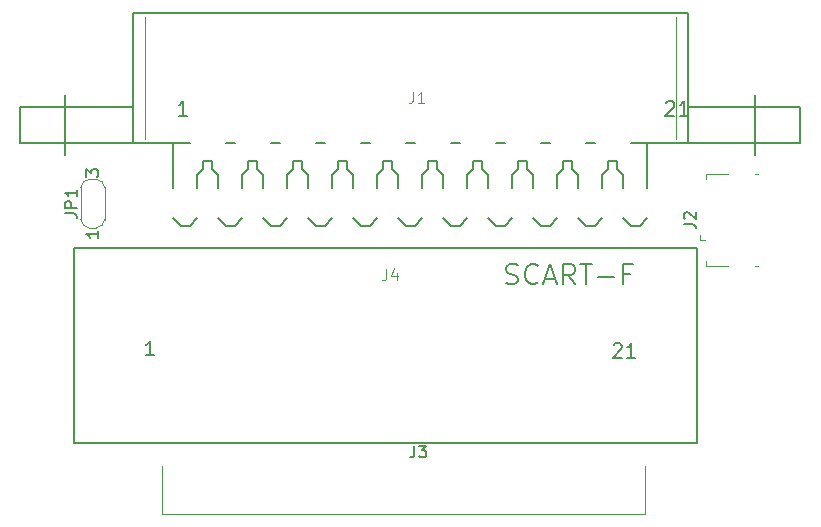
<source format=gto>
G04 #@! TF.GenerationSoftware,KiCad,Pcbnew,(5.1.0)-1*
G04 #@! TF.CreationDate,2019-07-06T13:17:57-04:00*
G04 #@! TF.ProjectId,Inline SCART Splitter,496e6c69-6e65-4205-9343-415254205370,rev?*
G04 #@! TF.SameCoordinates,Original*
G04 #@! TF.FileFunction,Legend,Top*
G04 #@! TF.FilePolarity,Positive*
%FSLAX46Y46*%
G04 Gerber Fmt 4.6, Leading zero omitted, Abs format (unit mm)*
G04 Created by KiCad (PCBNEW (5.1.0)-1) date 2019-07-06 13:17:57*
%MOMM*%
%LPD*%
G04 APERTURE LIST*
%ADD10C,0.120000*%
%ADD11C,0.152400*%
%ADD12C,0.050800*%
%ADD13C,0.150000*%
%ADD14C,0.096520*%
%ADD15C,0.127000*%
%ADD16C,0.177800*%
G04 APERTURE END LIST*
D10*
X157537500Y-45200000D02*
X157537500Y-44750000D01*
X159387500Y-45200000D02*
X157537500Y-45200000D01*
X161937500Y-37400000D02*
X161687500Y-37400000D01*
X161937500Y-45200000D02*
X161687500Y-45200000D01*
X159387500Y-37400000D02*
X157537500Y-37400000D01*
X157537500Y-37400000D02*
X157537500Y-37850000D01*
X156987500Y-43000000D02*
X156987500Y-42550000D01*
X156987500Y-43000000D02*
X157437500Y-43000000D01*
D11*
X155995000Y-23751000D02*
X109005000Y-23751000D01*
X109005000Y-23751000D02*
X109005000Y-31752000D01*
X109005000Y-31752000D02*
X99480000Y-31752000D01*
X99480000Y-31752000D02*
X99480000Y-34800000D01*
X99480000Y-34800000D02*
X109005000Y-34800000D01*
X109005000Y-34800000D02*
X112434000Y-34800000D01*
X112434000Y-34800000D02*
X113831000Y-34800000D01*
X109005000Y-31752000D02*
X109005000Y-34800000D01*
D12*
X110021000Y-34419000D02*
X110021000Y-24132000D01*
D11*
X112434000Y-34800000D02*
X112434000Y-38610000D01*
X113831000Y-41785000D02*
X114466000Y-41150000D01*
X112434000Y-41150000D02*
X113069000Y-41785000D01*
X114466000Y-38610000D02*
X114466000Y-37467000D01*
X114466000Y-37467000D02*
X114974000Y-36959000D01*
X114974000Y-36959000D02*
X114974000Y-36324000D01*
X115736000Y-36324000D02*
X115736000Y-36959000D01*
X115736000Y-36959000D02*
X116244000Y-37467000D01*
X116244000Y-37467000D02*
X116244000Y-38610000D01*
X116244000Y-41150000D02*
X116879000Y-41785000D01*
X116879000Y-41785000D02*
X117641000Y-41785000D01*
X117641000Y-41785000D02*
X118276000Y-41150000D01*
X118276000Y-38610000D02*
X118276000Y-37467000D01*
X113831000Y-41785000D02*
X113069000Y-41785000D01*
X118276000Y-37467000D02*
X118784000Y-36959000D01*
X119546000Y-36959000D02*
X120054000Y-37467000D01*
X120054000Y-37467000D02*
X120054000Y-38610000D01*
X118784000Y-36959000D02*
X118784000Y-36324000D01*
X119546000Y-36324000D02*
X119546000Y-36959000D01*
X114974000Y-36324000D02*
X115736000Y-36324000D01*
X118784000Y-36324000D02*
X119546000Y-36324000D01*
X116879000Y-34800000D02*
X117641000Y-34800000D01*
X120689000Y-34800000D02*
X121451000Y-34800000D01*
X120054000Y-41150000D02*
X120689000Y-41785000D01*
X120689000Y-41785000D02*
X121451000Y-41785000D01*
X121451000Y-41785000D02*
X122086000Y-41150000D01*
X122086000Y-38610000D02*
X122086000Y-37467000D01*
X122086000Y-37467000D02*
X122594000Y-36959000D01*
X122594000Y-36959000D02*
X122594000Y-36324000D01*
X122594000Y-36324000D02*
X123356000Y-36324000D01*
X123356000Y-36324000D02*
X123356000Y-36959000D01*
X123356000Y-36959000D02*
X123864000Y-37467000D01*
X123864000Y-37467000D02*
X123864000Y-38610000D01*
X123864000Y-41150000D02*
X124499000Y-41785000D01*
X124499000Y-41785000D02*
X125261000Y-41785000D01*
X125261000Y-41785000D02*
X125896000Y-41150000D01*
X125896000Y-38610000D02*
X125896000Y-37467000D01*
X125896000Y-37467000D02*
X126404000Y-36959000D01*
X126404000Y-36959000D02*
X126404000Y-36324000D01*
X126404000Y-36324000D02*
X127166000Y-36324000D01*
X127166000Y-36324000D02*
X127166000Y-36959000D01*
X127166000Y-36959000D02*
X127674000Y-37467000D01*
X127674000Y-37467000D02*
X127674000Y-38610000D01*
X127674000Y-41150000D02*
X128309000Y-41785000D01*
X128309000Y-41785000D02*
X129071000Y-41785000D01*
X129071000Y-41785000D02*
X129706000Y-41150000D01*
X129706000Y-38610000D02*
X129706000Y-37467000D01*
X129706000Y-37467000D02*
X130214000Y-36959000D01*
X130214000Y-36959000D02*
X130214000Y-36324000D01*
X130214000Y-36324000D02*
X130976000Y-36324000D01*
X130976000Y-36324000D02*
X130976000Y-36959000D01*
X130976000Y-36959000D02*
X131484000Y-37467000D01*
X131484000Y-37467000D02*
X131484000Y-38610000D01*
X124499000Y-34800000D02*
X125261000Y-34800000D01*
X128309000Y-34800000D02*
X129071000Y-34800000D01*
X132119000Y-34800000D02*
X132881000Y-34800000D01*
X131484000Y-41150000D02*
X132119000Y-41785000D01*
X132119000Y-41785000D02*
X132881000Y-41785000D01*
X132881000Y-41785000D02*
X133516000Y-41150000D01*
X133516000Y-38610000D02*
X133516000Y-37467000D01*
X133516000Y-37467000D02*
X134024000Y-36959000D01*
X134024000Y-36959000D02*
X134024000Y-36324000D01*
X134024000Y-36324000D02*
X134786000Y-36324000D01*
X134786000Y-36324000D02*
X134786000Y-36959000D01*
X134786000Y-36959000D02*
X135294000Y-37467000D01*
X135294000Y-37467000D02*
X135294000Y-38610000D01*
X135294000Y-41150000D02*
X135929000Y-41785000D01*
X135929000Y-41785000D02*
X136691000Y-41785000D01*
X136691000Y-41785000D02*
X137326000Y-41150000D01*
X135929000Y-34800000D02*
X136691000Y-34800000D01*
X137326000Y-38610000D02*
X137326000Y-37467000D01*
X137326000Y-37467000D02*
X137834000Y-36959000D01*
X137834000Y-36959000D02*
X137834000Y-36324000D01*
X137834000Y-36324000D02*
X138596000Y-36324000D01*
X138596000Y-36324000D02*
X138596000Y-36959000D01*
X138596000Y-36959000D02*
X139104000Y-37467000D01*
X139104000Y-37467000D02*
X139104000Y-38610000D01*
X139104000Y-41150000D02*
X139739000Y-41785000D01*
X139739000Y-41785000D02*
X140501000Y-41785000D01*
X140501000Y-41785000D02*
X141136000Y-41150000D01*
X141136000Y-38610000D02*
X141136000Y-37467000D01*
X141136000Y-37467000D02*
X141644000Y-36959000D01*
X141644000Y-36959000D02*
X141644000Y-36324000D01*
X141644000Y-36324000D02*
X142406000Y-36324000D01*
X142406000Y-36324000D02*
X142406000Y-36959000D01*
X142406000Y-36959000D02*
X142914000Y-37467000D01*
X142914000Y-37467000D02*
X142914000Y-38610000D01*
X139739000Y-34800000D02*
X140501000Y-34800000D01*
X142914000Y-41150000D02*
X143549000Y-41785000D01*
X143549000Y-41785000D02*
X144311000Y-41785000D01*
X143549000Y-34800000D02*
X144311000Y-34800000D01*
X147359000Y-34800000D02*
X148121000Y-34800000D01*
X144311000Y-41785000D02*
X144946000Y-41150000D01*
X144946000Y-38610000D02*
X144946000Y-37467000D01*
X144946000Y-37467000D02*
X145454000Y-36959000D01*
X145454000Y-36959000D02*
X145454000Y-36324000D01*
X145454000Y-36324000D02*
X146216000Y-36324000D01*
X146216000Y-36324000D02*
X146216000Y-36959000D01*
X146216000Y-36959000D02*
X146724000Y-37467000D01*
X146724000Y-37467000D02*
X146724000Y-38610000D01*
X146724000Y-41150000D02*
X147359000Y-41785000D01*
X147359000Y-41785000D02*
X148121000Y-41785000D01*
X148121000Y-41785000D02*
X148756000Y-41150000D01*
X148756000Y-38610000D02*
X148756000Y-37467000D01*
X148756000Y-37467000D02*
X149264000Y-36959000D01*
X149264000Y-36959000D02*
X149264000Y-36324000D01*
X149264000Y-36324000D02*
X150026000Y-36324000D01*
X150026000Y-36324000D02*
X150026000Y-36959000D01*
X150026000Y-36959000D02*
X150534000Y-37467000D01*
X150534000Y-37467000D02*
X150534000Y-38610000D01*
X151169000Y-34800000D02*
X152566000Y-34800000D01*
X150534000Y-41150000D02*
X151169000Y-41785000D01*
X151169000Y-41785000D02*
X151931000Y-41785000D01*
X151931000Y-41785000D02*
X152566000Y-41150000D01*
X152566000Y-34800000D02*
X152566000Y-38610000D01*
X152566000Y-34800000D02*
X155995000Y-34800000D01*
X155995000Y-31752000D02*
X155995000Y-34800000D01*
X155995000Y-34800000D02*
X165520000Y-34800000D01*
X165520000Y-31752000D02*
X165520000Y-34800000D01*
X165520000Y-31752000D02*
X155995000Y-31752000D01*
X155995000Y-23751000D02*
X155995000Y-31752000D01*
D12*
X154979000Y-34419000D02*
X154979000Y-24132000D01*
D11*
X103290000Y-30736000D02*
X103290000Y-35816000D01*
X161710000Y-30736000D02*
X161710000Y-35816000D01*
D10*
X111500000Y-66100000D02*
X111500000Y-63560000D01*
X111500000Y-66100000D02*
X111500000Y-66163500D01*
X111500000Y-66163500D02*
X152394000Y-66163500D01*
X152394000Y-66163500D02*
X152394000Y-62099500D01*
X111500000Y-63560000D02*
X111500000Y-62099500D01*
D13*
X104050000Y-43650000D02*
X156750000Y-43650000D01*
X156750000Y-43650000D02*
X156750000Y-60150000D01*
X156750000Y-60150000D02*
X104050000Y-60150000D01*
X104050000Y-60150000D02*
X104050000Y-43650000D01*
D10*
X105900000Y-41950000D02*
X105300000Y-41950000D01*
X106600000Y-38500000D02*
X106600000Y-41300000D01*
X105300000Y-37850000D02*
X105900000Y-37850000D01*
X104600000Y-41300000D02*
X104600000Y-38500000D01*
X104600000Y-38550000D02*
G75*
G02X105300000Y-37850000I700000J0D01*
G01*
X105900000Y-37850000D02*
G75*
G02X106600000Y-38550000I0J-700000D01*
G01*
X106600000Y-41250000D02*
G75*
G02X105900000Y-41950000I-700000J0D01*
G01*
X105300000Y-41950000D02*
G75*
G02X104600000Y-41250000I0J700000D01*
G01*
D13*
X155639880Y-41633333D02*
X156354166Y-41633333D01*
X156497023Y-41680952D01*
X156592261Y-41776190D01*
X156639880Y-41919047D01*
X156639880Y-42014285D01*
X155735119Y-41204761D02*
X155687500Y-41157142D01*
X155639880Y-41061904D01*
X155639880Y-40823809D01*
X155687500Y-40728571D01*
X155735119Y-40680952D01*
X155830357Y-40633333D01*
X155925595Y-40633333D01*
X156068452Y-40680952D01*
X156639880Y-41252380D01*
X156639880Y-40633333D01*
D14*
X132718318Y-30438838D02*
X132718318Y-31128266D01*
X132672357Y-31266152D01*
X132580433Y-31358076D01*
X132442547Y-31404038D01*
X132350623Y-31404038D01*
X133683518Y-31404038D02*
X133131976Y-31404038D01*
X133407747Y-31404038D02*
X133407747Y-30438838D01*
X133315823Y-30576723D01*
X133223899Y-30668647D01*
X133131976Y-30714609D01*
D15*
X113562788Y-32456547D02*
X112873359Y-32456547D01*
X113218073Y-32456547D02*
X113218073Y-31250047D01*
X113103169Y-31422404D01*
X112988264Y-31537309D01*
X112873359Y-31594761D01*
X154148359Y-31364952D02*
X154205811Y-31307500D01*
X154320716Y-31250047D01*
X154607978Y-31250047D01*
X154722883Y-31307500D01*
X154780335Y-31364952D01*
X154837788Y-31479857D01*
X154837788Y-31594761D01*
X154780335Y-31767119D01*
X154090907Y-32456547D01*
X154837788Y-32456547D01*
X155986835Y-32456547D02*
X155297407Y-32456547D01*
X155642121Y-32456547D02*
X155642121Y-31250047D01*
X155527216Y-31422404D01*
X155412311Y-31537309D01*
X155297407Y-31594761D01*
D13*
X132841666Y-60402380D02*
X132841666Y-61116666D01*
X132794047Y-61259523D01*
X132698809Y-61354761D01*
X132555952Y-61402380D01*
X132460714Y-61402380D01*
X133222619Y-60402380D02*
X133841666Y-60402380D01*
X133508333Y-60783333D01*
X133651190Y-60783333D01*
X133746428Y-60830952D01*
X133794047Y-60878571D01*
X133841666Y-60973809D01*
X133841666Y-61211904D01*
X133794047Y-61307142D01*
X133746428Y-61354761D01*
X133651190Y-61402380D01*
X133365476Y-61402380D01*
X133270238Y-61354761D01*
X133222619Y-61307142D01*
D14*
X130460318Y-45427838D02*
X130460318Y-46117266D01*
X130414357Y-46255152D01*
X130322433Y-46347076D01*
X130184547Y-46393038D01*
X130092623Y-46393038D01*
X131333595Y-45749571D02*
X131333595Y-46393038D01*
X131103785Y-45381876D02*
X130873976Y-46071304D01*
X131471480Y-46071304D01*
D16*
X140616303Y-46659133D02*
X140857603Y-46739566D01*
X141259770Y-46739566D01*
X141420636Y-46659133D01*
X141501070Y-46578700D01*
X141581503Y-46417833D01*
X141581503Y-46256966D01*
X141501070Y-46096100D01*
X141420636Y-46015666D01*
X141259770Y-45935233D01*
X140938036Y-45854800D01*
X140777170Y-45774366D01*
X140696736Y-45693933D01*
X140616303Y-45533066D01*
X140616303Y-45372200D01*
X140696736Y-45211333D01*
X140777170Y-45130900D01*
X140938036Y-45050466D01*
X141340203Y-45050466D01*
X141581503Y-45130900D01*
X143270603Y-46578700D02*
X143190170Y-46659133D01*
X142948870Y-46739566D01*
X142788003Y-46739566D01*
X142546703Y-46659133D01*
X142385836Y-46498266D01*
X142305403Y-46337400D01*
X142224970Y-46015666D01*
X142224970Y-45774366D01*
X142305403Y-45452633D01*
X142385836Y-45291766D01*
X142546703Y-45130900D01*
X142788003Y-45050466D01*
X142948870Y-45050466D01*
X143190170Y-45130900D01*
X143270603Y-45211333D01*
X143914070Y-46256966D02*
X144718403Y-46256966D01*
X143753203Y-46739566D02*
X144316236Y-45050466D01*
X144879270Y-46739566D01*
X146407503Y-46739566D02*
X145844470Y-45935233D01*
X145442303Y-46739566D02*
X145442303Y-45050466D01*
X146085770Y-45050466D01*
X146246636Y-45130900D01*
X146327070Y-45211333D01*
X146407503Y-45372200D01*
X146407503Y-45613500D01*
X146327070Y-45774366D01*
X146246636Y-45854800D01*
X146085770Y-45935233D01*
X145442303Y-45935233D01*
X146890103Y-45050466D02*
X147855303Y-45050466D01*
X147372703Y-46739566D02*
X147372703Y-45050466D01*
X148418336Y-46096100D02*
X149705270Y-46096100D01*
X151072636Y-45854800D02*
X150509603Y-45854800D01*
X150509603Y-46739566D02*
X150509603Y-45050466D01*
X151313936Y-45050466D01*
D15*
X149712359Y-51850952D02*
X149769811Y-51793500D01*
X149884716Y-51736047D01*
X150171978Y-51736047D01*
X150286883Y-51793500D01*
X150344335Y-51850952D01*
X150401788Y-51965857D01*
X150401788Y-52080761D01*
X150344335Y-52253119D01*
X149654907Y-52942547D01*
X150401788Y-52942547D01*
X151550835Y-52942547D02*
X150861407Y-52942547D01*
X151206121Y-52942547D02*
X151206121Y-51736047D01*
X151091216Y-51908404D01*
X150976311Y-52023309D01*
X150861407Y-52080761D01*
X110801788Y-52742547D02*
X110112359Y-52742547D01*
X110457073Y-52742547D02*
X110457073Y-51536047D01*
X110342169Y-51708404D01*
X110227264Y-51823309D01*
X110112359Y-51880761D01*
D13*
X103252380Y-40733333D02*
X103966666Y-40733333D01*
X104109523Y-40780952D01*
X104204761Y-40876190D01*
X104252380Y-41019047D01*
X104252380Y-41114285D01*
X104252380Y-40257142D02*
X103252380Y-40257142D01*
X103252380Y-39876190D01*
X103300000Y-39780952D01*
X103347619Y-39733333D01*
X103442857Y-39685714D01*
X103585714Y-39685714D01*
X103680952Y-39733333D01*
X103728571Y-39780952D01*
X103776190Y-39876190D01*
X103776190Y-40257142D01*
X104252380Y-38733333D02*
X104252380Y-39304761D01*
X104252380Y-39019047D02*
X103252380Y-39019047D01*
X103395238Y-39114285D01*
X103490476Y-39209523D01*
X103538095Y-39304761D01*
X105052380Y-37633333D02*
X105052380Y-37014285D01*
X105433333Y-37347619D01*
X105433333Y-37204761D01*
X105480952Y-37109523D01*
X105528571Y-37061904D01*
X105623809Y-37014285D01*
X105861904Y-37014285D01*
X105957142Y-37061904D01*
X106004761Y-37109523D01*
X106052380Y-37204761D01*
X106052380Y-37490476D01*
X106004761Y-37585714D01*
X105957142Y-37633333D01*
X106052380Y-42214285D02*
X106052380Y-42785714D01*
X106052380Y-42500000D02*
X105052380Y-42500000D01*
X105195238Y-42595238D01*
X105290476Y-42690476D01*
X105338095Y-42785714D01*
M02*

</source>
